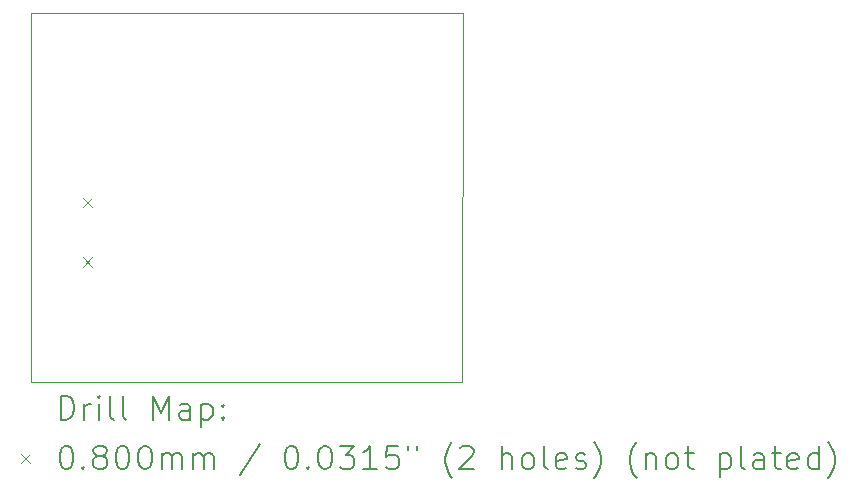
<source format=gbr>
%TF.GenerationSoftware,KiCad,Pcbnew,(6.0.7)*%
%TF.CreationDate,2022-09-15T17:22:23-05:00*%
%TF.ProjectId,starlightremote,73746172-6c69-4676-9874-72656d6f7465,rev?*%
%TF.SameCoordinates,Original*%
%TF.FileFunction,Drillmap*%
%TF.FilePolarity,Positive*%
%FSLAX45Y45*%
G04 Gerber Fmt 4.5, Leading zero omitted, Abs format (unit mm)*
G04 Created by KiCad (PCBNEW (6.0.7)) date 2022-09-15 17:22:23*
%MOMM*%
%LPD*%
G01*
G04 APERTURE LIST*
%ADD10C,0.100000*%
%ADD11C,0.200000*%
%ADD12C,0.080000*%
G04 APERTURE END LIST*
D10*
X12620625Y-10318750D02*
X8969375Y-10318750D01*
X8969375Y-7188200D02*
X12623800Y-7188200D01*
X12623800Y-7188200D02*
X12620625Y-10318750D01*
X8969375Y-10318750D02*
X8969375Y-7188200D01*
D11*
D12*
X9406250Y-8758750D02*
X9486250Y-8838750D01*
X9486250Y-8758750D02*
X9406250Y-8838750D01*
X9406250Y-9258750D02*
X9486250Y-9338750D01*
X9486250Y-9258750D02*
X9406250Y-9338750D01*
D11*
X9221994Y-10634226D02*
X9221994Y-10434226D01*
X9269613Y-10434226D01*
X9298185Y-10443750D01*
X9317232Y-10462798D01*
X9326756Y-10481845D01*
X9336280Y-10519940D01*
X9336280Y-10548512D01*
X9326756Y-10586607D01*
X9317232Y-10605655D01*
X9298185Y-10624702D01*
X9269613Y-10634226D01*
X9221994Y-10634226D01*
X9421994Y-10634226D02*
X9421994Y-10500893D01*
X9421994Y-10538988D02*
X9431518Y-10519940D01*
X9441042Y-10510417D01*
X9460089Y-10500893D01*
X9479137Y-10500893D01*
X9545804Y-10634226D02*
X9545804Y-10500893D01*
X9545804Y-10434226D02*
X9536280Y-10443750D01*
X9545804Y-10453274D01*
X9555327Y-10443750D01*
X9545804Y-10434226D01*
X9545804Y-10453274D01*
X9669613Y-10634226D02*
X9650565Y-10624702D01*
X9641042Y-10605655D01*
X9641042Y-10434226D01*
X9774375Y-10634226D02*
X9755327Y-10624702D01*
X9745804Y-10605655D01*
X9745804Y-10434226D01*
X10002946Y-10634226D02*
X10002946Y-10434226D01*
X10069613Y-10577083D01*
X10136280Y-10434226D01*
X10136280Y-10634226D01*
X10317232Y-10634226D02*
X10317232Y-10529464D01*
X10307708Y-10510417D01*
X10288661Y-10500893D01*
X10250565Y-10500893D01*
X10231518Y-10510417D01*
X10317232Y-10624702D02*
X10298185Y-10634226D01*
X10250565Y-10634226D01*
X10231518Y-10624702D01*
X10221994Y-10605655D01*
X10221994Y-10586607D01*
X10231518Y-10567560D01*
X10250565Y-10558036D01*
X10298185Y-10558036D01*
X10317232Y-10548512D01*
X10412470Y-10500893D02*
X10412470Y-10700893D01*
X10412470Y-10510417D02*
X10431518Y-10500893D01*
X10469613Y-10500893D01*
X10488661Y-10510417D01*
X10498185Y-10519940D01*
X10507708Y-10538988D01*
X10507708Y-10596131D01*
X10498185Y-10615179D01*
X10488661Y-10624702D01*
X10469613Y-10634226D01*
X10431518Y-10634226D01*
X10412470Y-10624702D01*
X10593423Y-10615179D02*
X10602946Y-10624702D01*
X10593423Y-10634226D01*
X10583899Y-10624702D01*
X10593423Y-10615179D01*
X10593423Y-10634226D01*
X10593423Y-10510417D02*
X10602946Y-10519940D01*
X10593423Y-10529464D01*
X10583899Y-10519940D01*
X10593423Y-10510417D01*
X10593423Y-10529464D01*
D12*
X8884375Y-10923750D02*
X8964375Y-11003750D01*
X8964375Y-10923750D02*
X8884375Y-11003750D01*
D11*
X9260089Y-10854226D02*
X9279137Y-10854226D01*
X9298185Y-10863750D01*
X9307708Y-10873274D01*
X9317232Y-10892321D01*
X9326756Y-10930417D01*
X9326756Y-10978036D01*
X9317232Y-11016131D01*
X9307708Y-11035179D01*
X9298185Y-11044702D01*
X9279137Y-11054226D01*
X9260089Y-11054226D01*
X9241042Y-11044702D01*
X9231518Y-11035179D01*
X9221994Y-11016131D01*
X9212470Y-10978036D01*
X9212470Y-10930417D01*
X9221994Y-10892321D01*
X9231518Y-10873274D01*
X9241042Y-10863750D01*
X9260089Y-10854226D01*
X9412470Y-11035179D02*
X9421994Y-11044702D01*
X9412470Y-11054226D01*
X9402946Y-11044702D01*
X9412470Y-11035179D01*
X9412470Y-11054226D01*
X9536280Y-10939940D02*
X9517232Y-10930417D01*
X9507708Y-10920893D01*
X9498185Y-10901845D01*
X9498185Y-10892321D01*
X9507708Y-10873274D01*
X9517232Y-10863750D01*
X9536280Y-10854226D01*
X9574375Y-10854226D01*
X9593423Y-10863750D01*
X9602946Y-10873274D01*
X9612470Y-10892321D01*
X9612470Y-10901845D01*
X9602946Y-10920893D01*
X9593423Y-10930417D01*
X9574375Y-10939940D01*
X9536280Y-10939940D01*
X9517232Y-10949464D01*
X9507708Y-10958988D01*
X9498185Y-10978036D01*
X9498185Y-11016131D01*
X9507708Y-11035179D01*
X9517232Y-11044702D01*
X9536280Y-11054226D01*
X9574375Y-11054226D01*
X9593423Y-11044702D01*
X9602946Y-11035179D01*
X9612470Y-11016131D01*
X9612470Y-10978036D01*
X9602946Y-10958988D01*
X9593423Y-10949464D01*
X9574375Y-10939940D01*
X9736280Y-10854226D02*
X9755327Y-10854226D01*
X9774375Y-10863750D01*
X9783899Y-10873274D01*
X9793423Y-10892321D01*
X9802946Y-10930417D01*
X9802946Y-10978036D01*
X9793423Y-11016131D01*
X9783899Y-11035179D01*
X9774375Y-11044702D01*
X9755327Y-11054226D01*
X9736280Y-11054226D01*
X9717232Y-11044702D01*
X9707708Y-11035179D01*
X9698185Y-11016131D01*
X9688661Y-10978036D01*
X9688661Y-10930417D01*
X9698185Y-10892321D01*
X9707708Y-10873274D01*
X9717232Y-10863750D01*
X9736280Y-10854226D01*
X9926756Y-10854226D02*
X9945804Y-10854226D01*
X9964851Y-10863750D01*
X9974375Y-10873274D01*
X9983899Y-10892321D01*
X9993423Y-10930417D01*
X9993423Y-10978036D01*
X9983899Y-11016131D01*
X9974375Y-11035179D01*
X9964851Y-11044702D01*
X9945804Y-11054226D01*
X9926756Y-11054226D01*
X9907708Y-11044702D01*
X9898185Y-11035179D01*
X9888661Y-11016131D01*
X9879137Y-10978036D01*
X9879137Y-10930417D01*
X9888661Y-10892321D01*
X9898185Y-10873274D01*
X9907708Y-10863750D01*
X9926756Y-10854226D01*
X10079137Y-11054226D02*
X10079137Y-10920893D01*
X10079137Y-10939940D02*
X10088661Y-10930417D01*
X10107708Y-10920893D01*
X10136280Y-10920893D01*
X10155327Y-10930417D01*
X10164851Y-10949464D01*
X10164851Y-11054226D01*
X10164851Y-10949464D02*
X10174375Y-10930417D01*
X10193423Y-10920893D01*
X10221994Y-10920893D01*
X10241042Y-10930417D01*
X10250565Y-10949464D01*
X10250565Y-11054226D01*
X10345804Y-11054226D02*
X10345804Y-10920893D01*
X10345804Y-10939940D02*
X10355327Y-10930417D01*
X10374375Y-10920893D01*
X10402946Y-10920893D01*
X10421994Y-10930417D01*
X10431518Y-10949464D01*
X10431518Y-11054226D01*
X10431518Y-10949464D02*
X10441042Y-10930417D01*
X10460089Y-10920893D01*
X10488661Y-10920893D01*
X10507708Y-10930417D01*
X10517232Y-10949464D01*
X10517232Y-11054226D01*
X10907708Y-10844702D02*
X10736280Y-11101845D01*
X11164851Y-10854226D02*
X11183899Y-10854226D01*
X11202946Y-10863750D01*
X11212470Y-10873274D01*
X11221994Y-10892321D01*
X11231518Y-10930417D01*
X11231518Y-10978036D01*
X11221994Y-11016131D01*
X11212470Y-11035179D01*
X11202946Y-11044702D01*
X11183899Y-11054226D01*
X11164851Y-11054226D01*
X11145804Y-11044702D01*
X11136280Y-11035179D01*
X11126756Y-11016131D01*
X11117232Y-10978036D01*
X11117232Y-10930417D01*
X11126756Y-10892321D01*
X11136280Y-10873274D01*
X11145804Y-10863750D01*
X11164851Y-10854226D01*
X11317232Y-11035179D02*
X11326756Y-11044702D01*
X11317232Y-11054226D01*
X11307708Y-11044702D01*
X11317232Y-11035179D01*
X11317232Y-11054226D01*
X11450565Y-10854226D02*
X11469613Y-10854226D01*
X11488661Y-10863750D01*
X11498184Y-10873274D01*
X11507708Y-10892321D01*
X11517232Y-10930417D01*
X11517232Y-10978036D01*
X11507708Y-11016131D01*
X11498184Y-11035179D01*
X11488661Y-11044702D01*
X11469613Y-11054226D01*
X11450565Y-11054226D01*
X11431518Y-11044702D01*
X11421994Y-11035179D01*
X11412470Y-11016131D01*
X11402946Y-10978036D01*
X11402946Y-10930417D01*
X11412470Y-10892321D01*
X11421994Y-10873274D01*
X11431518Y-10863750D01*
X11450565Y-10854226D01*
X11583899Y-10854226D02*
X11707708Y-10854226D01*
X11641042Y-10930417D01*
X11669613Y-10930417D01*
X11688661Y-10939940D01*
X11698184Y-10949464D01*
X11707708Y-10968512D01*
X11707708Y-11016131D01*
X11698184Y-11035179D01*
X11688661Y-11044702D01*
X11669613Y-11054226D01*
X11612470Y-11054226D01*
X11593423Y-11044702D01*
X11583899Y-11035179D01*
X11898184Y-11054226D02*
X11783899Y-11054226D01*
X11841042Y-11054226D02*
X11841042Y-10854226D01*
X11821994Y-10882798D01*
X11802946Y-10901845D01*
X11783899Y-10911369D01*
X12079137Y-10854226D02*
X11983899Y-10854226D01*
X11974375Y-10949464D01*
X11983899Y-10939940D01*
X12002946Y-10930417D01*
X12050565Y-10930417D01*
X12069613Y-10939940D01*
X12079137Y-10949464D01*
X12088661Y-10968512D01*
X12088661Y-11016131D01*
X12079137Y-11035179D01*
X12069613Y-11044702D01*
X12050565Y-11054226D01*
X12002946Y-11054226D01*
X11983899Y-11044702D01*
X11974375Y-11035179D01*
X12164851Y-10854226D02*
X12164851Y-10892321D01*
X12241042Y-10854226D02*
X12241042Y-10892321D01*
X12536280Y-11130417D02*
X12526756Y-11120893D01*
X12507708Y-11092321D01*
X12498184Y-11073274D01*
X12488661Y-11044702D01*
X12479137Y-10997083D01*
X12479137Y-10958988D01*
X12488661Y-10911369D01*
X12498184Y-10882798D01*
X12507708Y-10863750D01*
X12526756Y-10835179D01*
X12536280Y-10825655D01*
X12602946Y-10873274D02*
X12612470Y-10863750D01*
X12631518Y-10854226D01*
X12679137Y-10854226D01*
X12698184Y-10863750D01*
X12707708Y-10873274D01*
X12717232Y-10892321D01*
X12717232Y-10911369D01*
X12707708Y-10939940D01*
X12593423Y-11054226D01*
X12717232Y-11054226D01*
X12955327Y-11054226D02*
X12955327Y-10854226D01*
X13041042Y-11054226D02*
X13041042Y-10949464D01*
X13031518Y-10930417D01*
X13012470Y-10920893D01*
X12983899Y-10920893D01*
X12964851Y-10930417D01*
X12955327Y-10939940D01*
X13164851Y-11054226D02*
X13145803Y-11044702D01*
X13136280Y-11035179D01*
X13126756Y-11016131D01*
X13126756Y-10958988D01*
X13136280Y-10939940D01*
X13145803Y-10930417D01*
X13164851Y-10920893D01*
X13193423Y-10920893D01*
X13212470Y-10930417D01*
X13221994Y-10939940D01*
X13231518Y-10958988D01*
X13231518Y-11016131D01*
X13221994Y-11035179D01*
X13212470Y-11044702D01*
X13193423Y-11054226D01*
X13164851Y-11054226D01*
X13345803Y-11054226D02*
X13326756Y-11044702D01*
X13317232Y-11025655D01*
X13317232Y-10854226D01*
X13498184Y-11044702D02*
X13479137Y-11054226D01*
X13441042Y-11054226D01*
X13421994Y-11044702D01*
X13412470Y-11025655D01*
X13412470Y-10949464D01*
X13421994Y-10930417D01*
X13441042Y-10920893D01*
X13479137Y-10920893D01*
X13498184Y-10930417D01*
X13507708Y-10949464D01*
X13507708Y-10968512D01*
X13412470Y-10987560D01*
X13583899Y-11044702D02*
X13602946Y-11054226D01*
X13641042Y-11054226D01*
X13660089Y-11044702D01*
X13669613Y-11025655D01*
X13669613Y-11016131D01*
X13660089Y-10997083D01*
X13641042Y-10987560D01*
X13612470Y-10987560D01*
X13593423Y-10978036D01*
X13583899Y-10958988D01*
X13583899Y-10949464D01*
X13593423Y-10930417D01*
X13612470Y-10920893D01*
X13641042Y-10920893D01*
X13660089Y-10930417D01*
X13736280Y-11130417D02*
X13745803Y-11120893D01*
X13764851Y-11092321D01*
X13774375Y-11073274D01*
X13783899Y-11044702D01*
X13793423Y-10997083D01*
X13793423Y-10958988D01*
X13783899Y-10911369D01*
X13774375Y-10882798D01*
X13764851Y-10863750D01*
X13745803Y-10835179D01*
X13736280Y-10825655D01*
X14098184Y-11130417D02*
X14088661Y-11120893D01*
X14069613Y-11092321D01*
X14060089Y-11073274D01*
X14050565Y-11044702D01*
X14041042Y-10997083D01*
X14041042Y-10958988D01*
X14050565Y-10911369D01*
X14060089Y-10882798D01*
X14069613Y-10863750D01*
X14088661Y-10835179D01*
X14098184Y-10825655D01*
X14174375Y-10920893D02*
X14174375Y-11054226D01*
X14174375Y-10939940D02*
X14183899Y-10930417D01*
X14202946Y-10920893D01*
X14231518Y-10920893D01*
X14250565Y-10930417D01*
X14260089Y-10949464D01*
X14260089Y-11054226D01*
X14383899Y-11054226D02*
X14364851Y-11044702D01*
X14355327Y-11035179D01*
X14345803Y-11016131D01*
X14345803Y-10958988D01*
X14355327Y-10939940D01*
X14364851Y-10930417D01*
X14383899Y-10920893D01*
X14412470Y-10920893D01*
X14431518Y-10930417D01*
X14441042Y-10939940D01*
X14450565Y-10958988D01*
X14450565Y-11016131D01*
X14441042Y-11035179D01*
X14431518Y-11044702D01*
X14412470Y-11054226D01*
X14383899Y-11054226D01*
X14507708Y-10920893D02*
X14583899Y-10920893D01*
X14536280Y-10854226D02*
X14536280Y-11025655D01*
X14545803Y-11044702D01*
X14564851Y-11054226D01*
X14583899Y-11054226D01*
X14802946Y-10920893D02*
X14802946Y-11120893D01*
X14802946Y-10930417D02*
X14821994Y-10920893D01*
X14860089Y-10920893D01*
X14879137Y-10930417D01*
X14888661Y-10939940D01*
X14898184Y-10958988D01*
X14898184Y-11016131D01*
X14888661Y-11035179D01*
X14879137Y-11044702D01*
X14860089Y-11054226D01*
X14821994Y-11054226D01*
X14802946Y-11044702D01*
X15012470Y-11054226D02*
X14993423Y-11044702D01*
X14983899Y-11025655D01*
X14983899Y-10854226D01*
X15174375Y-11054226D02*
X15174375Y-10949464D01*
X15164851Y-10930417D01*
X15145803Y-10920893D01*
X15107708Y-10920893D01*
X15088661Y-10930417D01*
X15174375Y-11044702D02*
X15155327Y-11054226D01*
X15107708Y-11054226D01*
X15088661Y-11044702D01*
X15079137Y-11025655D01*
X15079137Y-11006607D01*
X15088661Y-10987560D01*
X15107708Y-10978036D01*
X15155327Y-10978036D01*
X15174375Y-10968512D01*
X15241042Y-10920893D02*
X15317232Y-10920893D01*
X15269613Y-10854226D02*
X15269613Y-11025655D01*
X15279137Y-11044702D01*
X15298184Y-11054226D01*
X15317232Y-11054226D01*
X15460089Y-11044702D02*
X15441042Y-11054226D01*
X15402946Y-11054226D01*
X15383899Y-11044702D01*
X15374375Y-11025655D01*
X15374375Y-10949464D01*
X15383899Y-10930417D01*
X15402946Y-10920893D01*
X15441042Y-10920893D01*
X15460089Y-10930417D01*
X15469613Y-10949464D01*
X15469613Y-10968512D01*
X15374375Y-10987560D01*
X15641042Y-11054226D02*
X15641042Y-10854226D01*
X15641042Y-11044702D02*
X15621994Y-11054226D01*
X15583899Y-11054226D01*
X15564851Y-11044702D01*
X15555327Y-11035179D01*
X15545803Y-11016131D01*
X15545803Y-10958988D01*
X15555327Y-10939940D01*
X15564851Y-10930417D01*
X15583899Y-10920893D01*
X15621994Y-10920893D01*
X15641042Y-10930417D01*
X15717232Y-11130417D02*
X15726756Y-11120893D01*
X15745803Y-11092321D01*
X15755327Y-11073274D01*
X15764851Y-11044702D01*
X15774375Y-10997083D01*
X15774375Y-10958988D01*
X15764851Y-10911369D01*
X15755327Y-10882798D01*
X15745803Y-10863750D01*
X15726756Y-10835179D01*
X15717232Y-10825655D01*
M02*

</source>
